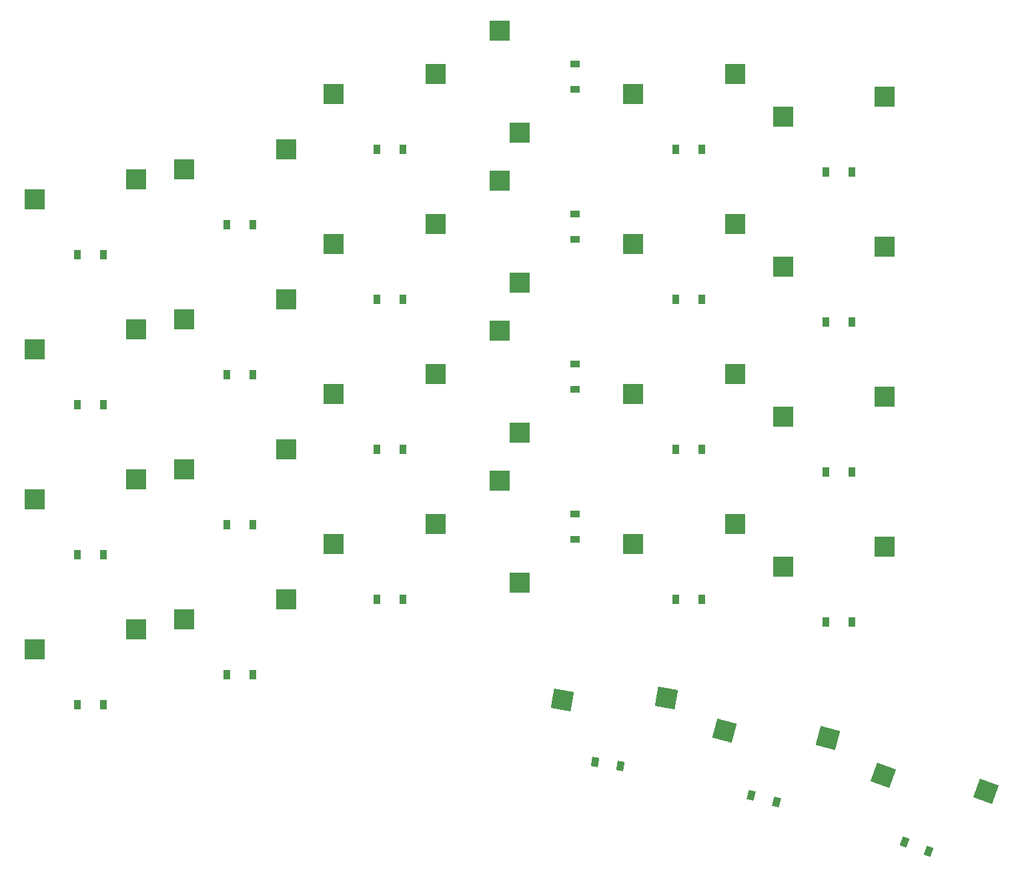
<source format=gbr>
%TF.GenerationSoftware,KiCad,Pcbnew,9.0.3-1.fc42*%
%TF.CreationDate,2025-08-21T15:21:57+02:00*%
%TF.ProjectId,left,6c656674-2e6b-4696-9361-645f70636258,v1.0.0*%
%TF.SameCoordinates,Original*%
%TF.FileFunction,Paste,Bot*%
%TF.FilePolarity,Positive*%
%FSLAX46Y46*%
G04 Gerber Fmt 4.6, Leading zero omitted, Abs format (unit mm)*
G04 Created by KiCad (PCBNEW 9.0.3-1.fc42) date 2025-08-21 15:21:57*
%MOMM*%
%LPD*%
G01*
G04 APERTURE LIST*
G04 Aperture macros list*
%AMRotRect*
0 Rectangle, with rotation*
0 The origin of the aperture is its center*
0 $1 length*
0 $2 width*
0 $3 Rotation angle, in degrees counterclockwise*
0 Add horizontal line*
21,1,$1,$2,0,0,$3*%
G04 Aperture macros list end*
%ADD10R,0.900000X1.200000*%
%ADD11R,2.550000X2.500000*%
%ADD12R,2.500000X2.550000*%
%ADD13R,1.200000X0.900000*%
%ADD14RotRect,0.900000X1.200000X350.000000*%
%ADD15RotRect,2.550000X2.500000X340.000000*%
%ADD16RotRect,2.550000X2.500000X345.000000*%
%ADD17RotRect,0.900000X1.200000X340.000000*%
%ADD18RotRect,0.900000X1.200000X345.000000*%
%ADD19RotRect,2.550000X2.500000X350.000000*%
G04 APERTURE END LIST*
D10*
%TO.C,D16*%
X143350000Y-132110000D03*
X146650000Y-132110000D03*
%TD*%
D11*
%TO.C,S20*%
X156915000Y-127927500D03*
X169842000Y-125387500D03*
%TD*%
D10*
%TO.C,D9*%
X105350000Y-189260000D03*
X108650000Y-189260000D03*
%TD*%
%TO.C,D15*%
X143350000Y-151160000D03*
X146650000Y-151160000D03*
%TD*%
D11*
%TO.C,S17*%
X156915000Y-185077500D03*
X169842000Y-182537500D03*
%TD*%
D10*
%TO.C,D3*%
X67350000Y-164495000D03*
X70650000Y-164495000D03*
%TD*%
%TO.C,D13*%
X143350000Y-189260000D03*
X146650000Y-189260000D03*
%TD*%
D12*
%TO.C,S24*%
X123460000Y-187082500D03*
X120920000Y-174155500D03*
%TD*%
D10*
%TO.C,D8*%
X86350000Y-141635000D03*
X89650000Y-141635000D03*
%TD*%
D12*
%TO.C,S27*%
X123460000Y-129932500D03*
X120920000Y-117005500D03*
%TD*%
D11*
%TO.C,S7*%
X80915000Y-153645000D03*
X93842000Y-151105000D03*
%TD*%
D10*
%TO.C,D11*%
X105350000Y-151160000D03*
X108650000Y-151160000D03*
%TD*%
D11*
%TO.C,S5*%
X80915000Y-191745000D03*
X93842000Y-189205000D03*
%TD*%
%TO.C,S10*%
X99915000Y-163170000D03*
X112842000Y-160630000D03*
%TD*%
%TO.C,S18*%
X156915000Y-166027500D03*
X169842000Y-163487500D03*
%TD*%
D13*
%TO.C,D24*%
X130500000Y-181647500D03*
X130500000Y-178347500D03*
%TD*%
D10*
%TO.C,D6*%
X86350000Y-179735000D03*
X89650000Y-179735000D03*
%TD*%
D11*
%TO.C,S11*%
X99915000Y-144120000D03*
X112842000Y-141580000D03*
%TD*%
D10*
%TO.C,D17*%
X162350000Y-192117500D03*
X165650000Y-192117500D03*
%TD*%
D11*
%TO.C,S12*%
X99915000Y-125070000D03*
X112842000Y-122530000D03*
%TD*%
%TO.C,S16*%
X137915000Y-125070000D03*
X150842000Y-122530000D03*
%TD*%
D13*
%TO.C,D26*%
X130500000Y-143547500D03*
X130500000Y-140247500D03*
%TD*%
D11*
%TO.C,S8*%
X80915000Y-134595000D03*
X93842000Y-132055000D03*
%TD*%
D10*
%TO.C,D5*%
X86350000Y-198785000D03*
X89650000Y-198785000D03*
%TD*%
D12*
%TO.C,S25*%
X123460000Y-168032500D03*
X120920000Y-155105500D03*
%TD*%
D13*
%TO.C,D25*%
X130500000Y-162597500D03*
X130500000Y-159297500D03*
%TD*%
D14*
%TO.C,D21*%
X133068650Y-209860116D03*
X136318516Y-210433154D03*
%TD*%
D10*
%TO.C,D20*%
X162350000Y-134967500D03*
X165650000Y-134967500D03*
%TD*%
%TO.C,D10*%
X105350000Y-170210000D03*
X108650000Y-170210000D03*
%TD*%
D13*
%TO.C,D27*%
X130500000Y-124497500D03*
X130500000Y-121197500D03*
%TD*%
D11*
%TO.C,S2*%
X61915000Y-176505000D03*
X74842000Y-173965000D03*
%TD*%
D15*
%TO.C,S23*%
X169625248Y-211606655D03*
X182641386Y-213641130D03*
%TD*%
D10*
%TO.C,D19*%
X162350000Y-154017500D03*
X165650000Y-154017500D03*
%TD*%
%TO.C,D18*%
X162350000Y-173067500D03*
X165650000Y-173067500D03*
%TD*%
D16*
%TO.C,S22*%
X149492058Y-205906766D03*
X162635981Y-206799069D03*
%TD*%
D12*
%TO.C,S26*%
X123460000Y-148982500D03*
X120920000Y-136055500D03*
%TD*%
D10*
%TO.C,D4*%
X67350000Y-145445000D03*
X70650000Y-145445000D03*
%TD*%
D11*
%TO.C,S6*%
X80915000Y-172695000D03*
X93842000Y-170155000D03*
%TD*%
D10*
%TO.C,D1*%
X67350000Y-202595000D03*
X70650000Y-202595000D03*
%TD*%
%TO.C,D2*%
X67350000Y-183545000D03*
X70650000Y-183545000D03*
%TD*%
D11*
%TO.C,S1*%
X61915000Y-195555000D03*
X74842000Y-193015000D03*
%TD*%
%TO.C,S14*%
X137915000Y-163170000D03*
X150842000Y-160630000D03*
%TD*%
D10*
%TO.C,D12*%
X105350000Y-132110000D03*
X108650000Y-132110000D03*
%TD*%
D11*
%TO.C,S9*%
X99915000Y-182220000D03*
X112842000Y-179680000D03*
%TD*%
D17*
%TO.C,D23*%
X172324655Y-220080971D03*
X175425641Y-221209637D03*
%TD*%
D18*
%TO.C,D22*%
X152919779Y-214113567D03*
X156107335Y-214967667D03*
%TD*%
D11*
%TO.C,S3*%
X61915000Y-157455000D03*
X74842000Y-154915000D03*
%TD*%
D10*
%TO.C,D7*%
X86350000Y-160685000D03*
X89650000Y-160685000D03*
%TD*%
D11*
%TO.C,S4*%
X61915000Y-138405000D03*
X74842000Y-135865000D03*
%TD*%
D19*
%TO.C,S21*%
X128938703Y-201983291D03*
X142110380Y-201726629D03*
%TD*%
D11*
%TO.C,S19*%
X156915000Y-146977500D03*
X169842000Y-144437500D03*
%TD*%
D10*
%TO.C,D14*%
X143350000Y-170210000D03*
X146650000Y-170210000D03*
%TD*%
D11*
%TO.C,S15*%
X137915000Y-144120000D03*
X150842000Y-141580000D03*
%TD*%
%TO.C,S13*%
X137915000Y-182220000D03*
X150842000Y-179680000D03*
%TD*%
M02*

</source>
